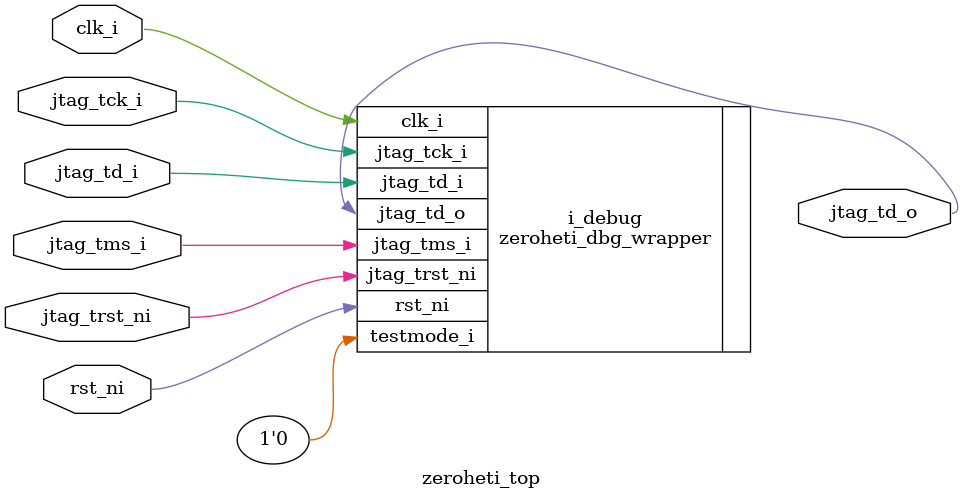
<source format=sv>
module zeroheti_top #()(
  input  logic clk_i,
  input  logic rst_ni,
  input  logic jtag_tck_i,
  input  logic jtag_tms_i,
  input  logic jtag_trst_ni,
  input  logic jtag_td_i,
  output logic jtag_td_o
);

zeroheti_dbg_wrapper #() i_debug (
  .clk_i,
  .rst_ni,
  .testmode_i (1'b0),
  .jtag_tck_i,
  .jtag_tms_i,
  .jtag_trst_ni,
  .jtag_td_i,
  .jtag_td_o
);

endmodule : zeroheti_top


</source>
